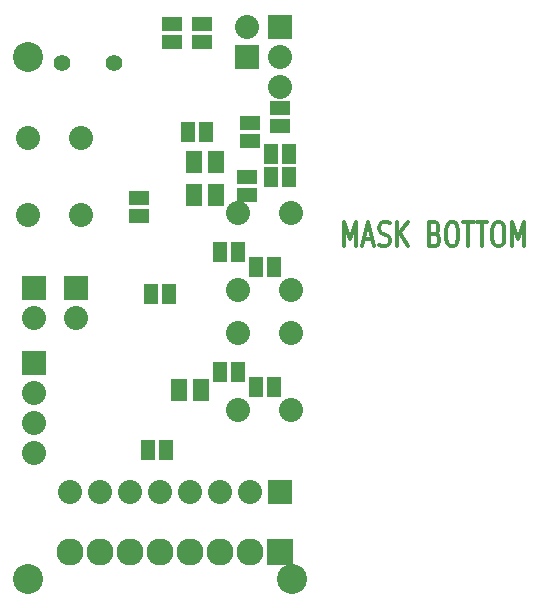
<source format=gbs>
G04 (created by PCBNEW-RS274X (2012-01-19 BZR 3256)-stable) date 12/5/2012 8:15:46 PM*
G01*
G70*
G90*
%MOIN*%
G04 Gerber Fmt 3.4, Leading zero omitted, Abs format*
%FSLAX34Y34*%
G04 APERTURE LIST*
%ADD10C,0.006000*%
%ADD11C,0.012000*%
%ADD12C,0.055000*%
%ADD13C,0.080000*%
%ADD14R,0.045000X0.065000*%
%ADD15R,0.065000X0.045000*%
%ADD16R,0.055000X0.075000*%
%ADD17R,0.080000X0.080000*%
%ADD18C,0.100000*%
%ADD19C,0.090000*%
%ADD20R,0.090000X0.090000*%
G04 APERTURE END LIST*
G54D10*
G54D11*
X71143Y-38324D02*
X71143Y-37524D01*
X71343Y-38095D01*
X71543Y-37524D01*
X71543Y-38324D01*
X71800Y-38095D02*
X72086Y-38095D01*
X71743Y-38324D02*
X71943Y-37524D01*
X72143Y-38324D01*
X72314Y-38286D02*
X72400Y-38324D01*
X72543Y-38324D01*
X72600Y-38286D01*
X72629Y-38248D01*
X72657Y-38171D01*
X72657Y-38095D01*
X72629Y-38019D01*
X72600Y-37981D01*
X72543Y-37943D01*
X72429Y-37905D01*
X72371Y-37867D01*
X72343Y-37829D01*
X72314Y-37752D01*
X72314Y-37676D01*
X72343Y-37600D01*
X72371Y-37562D01*
X72429Y-37524D01*
X72571Y-37524D01*
X72657Y-37562D01*
X72914Y-38324D02*
X72914Y-37524D01*
X73257Y-38324D02*
X73000Y-37867D01*
X73257Y-37524D02*
X72914Y-37981D01*
X74171Y-37905D02*
X74257Y-37943D01*
X74285Y-37981D01*
X74314Y-38057D01*
X74314Y-38171D01*
X74285Y-38248D01*
X74257Y-38286D01*
X74199Y-38324D01*
X73971Y-38324D01*
X73971Y-37524D01*
X74171Y-37524D01*
X74228Y-37562D01*
X74257Y-37600D01*
X74285Y-37676D01*
X74285Y-37752D01*
X74257Y-37829D01*
X74228Y-37867D01*
X74171Y-37905D01*
X73971Y-37905D01*
X74685Y-37524D02*
X74799Y-37524D01*
X74857Y-37562D01*
X74914Y-37638D01*
X74942Y-37790D01*
X74942Y-38057D01*
X74914Y-38210D01*
X74857Y-38286D01*
X74799Y-38324D01*
X74685Y-38324D01*
X74628Y-38286D01*
X74571Y-38210D01*
X74542Y-38057D01*
X74542Y-37790D01*
X74571Y-37638D01*
X74628Y-37562D01*
X74685Y-37524D01*
X75114Y-37524D02*
X75457Y-37524D01*
X75286Y-38324D02*
X75286Y-37524D01*
X75571Y-37524D02*
X75914Y-37524D01*
X75743Y-38324D02*
X75743Y-37524D01*
X76228Y-37524D02*
X76342Y-37524D01*
X76400Y-37562D01*
X76457Y-37638D01*
X76485Y-37790D01*
X76485Y-38057D01*
X76457Y-38210D01*
X76400Y-38286D01*
X76342Y-38324D01*
X76228Y-38324D01*
X76171Y-38286D01*
X76114Y-38210D01*
X76085Y-38057D01*
X76085Y-37790D01*
X76114Y-37638D01*
X76171Y-37562D01*
X76228Y-37524D01*
X76743Y-38324D02*
X76743Y-37524D01*
X76943Y-38095D01*
X77143Y-37524D01*
X77143Y-38324D01*
G54D12*
X61735Y-32200D03*
X63465Y-32200D03*
G54D13*
X67615Y-39780D03*
X67615Y-37220D03*
X69385Y-39780D03*
X69385Y-37220D03*
X62385Y-34720D03*
X62385Y-37280D03*
X60615Y-34720D03*
X60615Y-37280D03*
X67615Y-43780D03*
X67615Y-41220D03*
X69385Y-43780D03*
X69385Y-41220D03*
G54D14*
X65300Y-39900D03*
X64700Y-39900D03*
X67000Y-38500D03*
X67600Y-38500D03*
G54D15*
X66400Y-31500D03*
X66400Y-30900D03*
X65400Y-31500D03*
X65400Y-30900D03*
X64300Y-36700D03*
X64300Y-37300D03*
G54D14*
X64600Y-45100D03*
X65200Y-45100D03*
X67000Y-42500D03*
X67600Y-42500D03*
G54D15*
X69000Y-34300D03*
X69000Y-33700D03*
G54D16*
X65625Y-43100D03*
X66375Y-43100D03*
X66875Y-35500D03*
X66125Y-35500D03*
X66875Y-36600D03*
X66125Y-36600D03*
G54D13*
X63000Y-46500D03*
X64000Y-46500D03*
X62000Y-46500D03*
X65000Y-46500D03*
X66000Y-46500D03*
G54D17*
X69000Y-46500D03*
G54D13*
X68000Y-46500D03*
X67000Y-46500D03*
G54D17*
X69000Y-31000D03*
G54D13*
X69000Y-32000D03*
X69000Y-33000D03*
G54D17*
X62200Y-39700D03*
G54D13*
X62200Y-40700D03*
G54D17*
X60800Y-39700D03*
G54D13*
X60800Y-40700D03*
G54D17*
X67900Y-32000D03*
G54D13*
X67900Y-31000D03*
G54D14*
X68200Y-39000D03*
X68800Y-39000D03*
X68200Y-43000D03*
X68800Y-43000D03*
X66550Y-34500D03*
X65950Y-34500D03*
G54D15*
X67900Y-36600D03*
X67900Y-36000D03*
G54D14*
X68700Y-35250D03*
X69300Y-35250D03*
G54D15*
X68000Y-34800D03*
X68000Y-34200D03*
G54D14*
X68700Y-36000D03*
X69300Y-36000D03*
G54D13*
X60800Y-45200D03*
G54D17*
X60800Y-42200D03*
G54D13*
X60800Y-43200D03*
X60800Y-44200D03*
G54D18*
X60600Y-49400D03*
X60600Y-32000D03*
X69400Y-49400D03*
G54D19*
X63000Y-48500D03*
X64000Y-48500D03*
X62000Y-48500D03*
X65000Y-48500D03*
X66000Y-48500D03*
G54D20*
X69000Y-48500D03*
G54D19*
X68000Y-48500D03*
X67000Y-48500D03*
M02*

</source>
